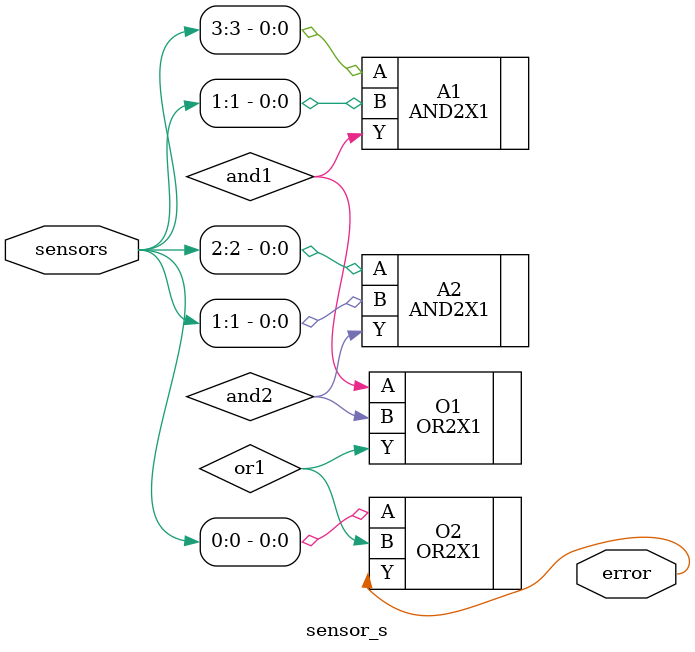
<source format=sv>

module sensor_s
(
	input logic [3:0] sensors,
	output logic error
);

	logic and1;
	logic and2;
	logic or1;

	AND2X1 A1(.Y(and1), .A(sensors[3]), .B(sensors[1]));
	AND2X1 A2(.Y(and2), .A(sensors[2]), .B(sensors[1]));
	OR2X1 O1(.Y(or1), .A(and1), .B(and2));
	OR2X1 O2(.Y(error), .A(sensors[0]), .B(or1));

endmodule
</source>
